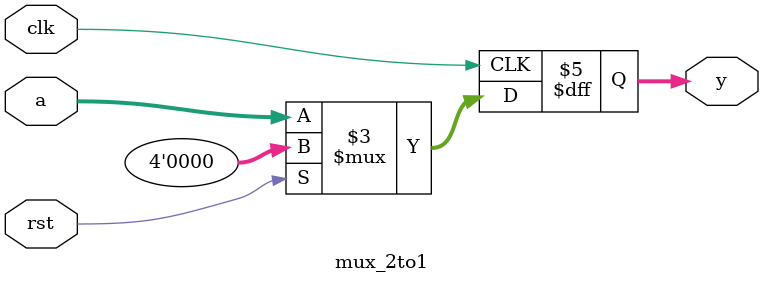
<source format=v>
/* 
 * Corevexis Semiconductor 
 * Example 34: MUX 2TO1 
 */

module mux_2to1 (
    input clk,
    input rst,
    input [3:0] a,
    output reg [3:0] y
);

always @(posedge clk) begin
    if(rst) y <= 4'b0;
    else y <= a; 
end

endmodule
</source>
